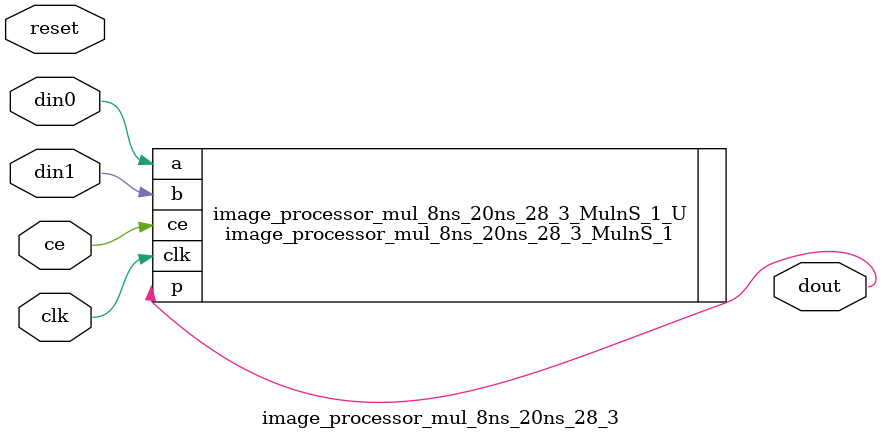
<source format=v>

`timescale 1 ns / 1 ps
module image_processor_mul_8ns_20ns_28_3(
    clk,
    reset,
    ce,
    din0,
    din1,
    dout);

parameter ID = 32'd1;
parameter NUM_STAGE = 32'd1;
parameter din0_WIDTH = 32'd1;
parameter din1_WIDTH = 32'd1;
parameter dout_WIDTH = 32'd1;
input clk;
input reset;
input ce;
input[din0_WIDTH - 1:0] din0;
input[din1_WIDTH - 1:0] din1;
output[dout_WIDTH - 1:0] dout;




image_processor_mul_8ns_20ns_28_3_MulnS_1 image_processor_mul_8ns_20ns_28_3_MulnS_1_U(
    .clk( clk ),
    .ce( ce ),
    .a( din0 ),
    .b( din1 ),
    .p( dout ));

endmodule

</source>
